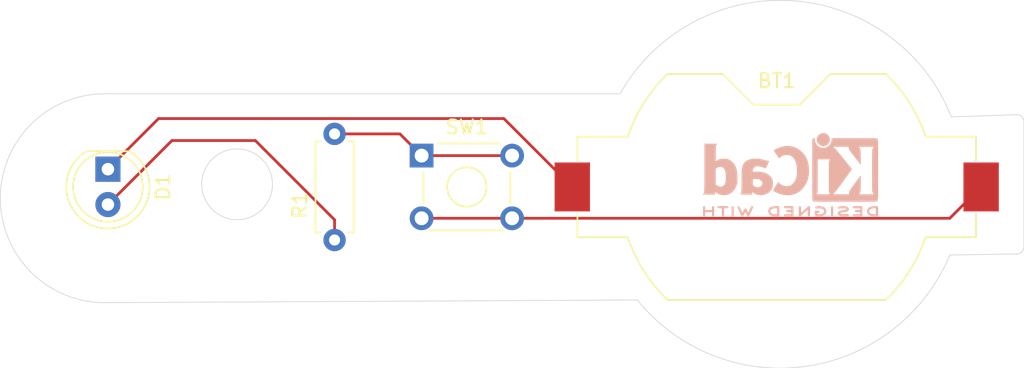
<source format=kicad_pcb>
(kicad_pcb (version 20240108) (generator "pcbnew") (generator_version "8.0")
  (title_block (title "LED_Torch") (date "2025-01-22") (rev "1"))
  (layers (0 "F.Cu" signal) (31 "B.Cu" signal) (34 "B.Paste" user) (35 "F.Paste" user) (36 "B.SilkS" user "B.Silkscreen") (37 "F.SilkS" user "F.Silkscreen") (38 "B.Mask" user) (39 "F.Mask" user) (44 "Edge.Cuts" user))
  (net 0 "")
  (net 1 "/Ano")
  (net 2 "/Cat")
  (net 3 "/pos")
  (net 4 "Net-(SW1A-A)")
  (footprint "Battery:BatteryHolder_Keystone_1058_1x2032" (layer "F.Cu") (at 153.25 98.19 180)
    (property "Reference" "BT1" (at 0 7.62 0) (layer "F.SilkS"))
    (property "Value" "Battery_Cell")
    (pad "1" smd rect (at -14.68 0 180) (size 2.54 3.51) (layers "F.Cu" "F.Paste" "F.Mask") (net 3 "/pos"))
    (pad "2" smd rect (at 14.68 0 180) (size 2.54 3.51) (layers "F.Cu" "F.Paste" "F.Mask") (net 2 "/Cat"))
  )
  (footprint "Resistor_THT:R_Axial_DIN0207_L6.3mm_D2.5mm_P7.62mm_Horizontal" (layer "F.Cu") (at 121.5 102 90)
    (property "Reference" "R1" (at 2.5 -2.5 90) (layer "F.SilkS"))
    (property "Value" "R")
    (pad "1" thru_hole circle (at 0 0 90) (size 1.6 1.6) (drill 0.8) (layers "*.Cu" "*.Mask") (net 1 "/Ano"))
    (pad "2" thru_hole oval (at 7.62 0 90) (size 1.6 1.6) (drill 0.8) (layers "*.Cu" "*.Mask") (net 4 "Net-(SW1A-A)"))
  )
  (footprint "LED_THT:LED_D5.0mm" (layer "F.Cu") (at 105.225 96.915 -90)
    (property "Reference" "D1" (at 1.27 -3.96 90) (layer "F.SilkS"))
    (property "Value" "LED")
    (pad "1" thru_hole rect (at 0 0 270) (size 1.8 1.8) (drill 0.9) (layers "*.Cu" "*.Mask") (net 2 "/Cat"))
    (pad "2" thru_hole circle (at 2.54 0 270) (size 1.8 1.8) (drill 0.9) (layers "*.Cu" "*.Mask") (net 1 "/Ano"))
  )
  (footprint "Button_Switch_THT:SW_TH_Tactile_Omron_B3F-10xx" (layer "F.Cu") (at 127.75 95.94)
    (property "Reference" "SW1" (at 3.25 -2.05 0) (layer "F.SilkS"))
    (property "Value" "SW_DPDT_x2")
    (pad "1" thru_hole rect (at 0 0) (size 1.7 1.7) (drill 1) (layers "*.Cu" "*.Mask") (net 4 "Net-(SW1A-A)"))
    (pad "1" thru_hole circle (at 6.5 0) (size 1.7 1.7) (drill 1) (layers "*.Cu" "*.Mask") (net 4 "Net-(SW1A-A)"))
    (pad "2" thru_hole circle (at 0 4.5) (size 1.7 1.7) (drill 1) (layers "*.Cu" "*.Mask") (net 3 "/pos"))
    (pad "2" thru_hole circle (at 6.5 4.5) (size 1.7 1.7) (drill 1) (layers "*.Cu" "*.Mask") (net 3 "/pos"))
  )
  (footprint "Symbol:KiCad-Logo2_5mm_SilkScreen" (layer "B.Cu") (at 154.25 97.3 180)
    (property "Reference" "REF**" (hide yes))
    (property "Value" "KiCad-Logo2_5mm_SilkScreen" (hide yes))
  )
  (gr_arc (start 142.000001 91.5) (mid 154.418535 84.822129) (end 165.79055 93.158268) (stroke (width 0.05)) (layer "Edge.Cuts"))
  (gr_arc (start 163.999999 106) (mid 154.051073 111.18887) (end 143.703965 106.848032) (stroke (width 0.05)) (layer "Edge.Cuts"))
  (gr_line (start 105 91.5) (end 135.000001 91.5) (stroke (width 0.05)) (layer "Edge.Cuts"))
  (gr_circle (center 114.5 98) (end 114.5 100.54) (stroke (width 0.05)) (fill none) (layer "Edge.Cuts"))
  (gr_arc (start 105 106.5) (mid 97.5 99) (end 105 91.5) (stroke (width 0.05)) (layer "Edge.Cuts"))
  (gr_line (start 171 102) (end 171 102.5) (stroke (width 0.05)) (layer "Edge.Cuts"))
  (gr_line (start 171 93.5) (end 171 102) (stroke (width 0.05)) (layer "Edge.Cuts"))
  (gr_line (start 135.000001 91.5) (end 142.000001 91.5) (stroke (width 0.05)) (layer "Edge.Cuts"))
  (gr_arc (start 170.5 93) (mid 170.853553 93.146447) (end 171 93.5) (stroke (width 0.05)) (layer "Edge.Cuts"))
  (gr_arc (start 143.703966 106.848032) (mid 143.468354 106.579979) (end 143.240075 106.305654) (stroke (width 0.05)) (layer "Edge.Cuts"))
  (gr_arc (start 171 102.5) (mid 170.853553 102.853553) (end 170.5 103) (stroke (width 0.05)) (layer "Edge.Cuts"))
  (gr_arc (start 165.684963 103.077068) (mid 164.936247 104.592587) (end 163.999998 105.999999) (stroke (width 0.05)) (layer "Edge.Cuts"))
  (gr_line (start 105 106.5) (end 143.240075 106.305654) (stroke (width 0.05)) (layer "Edge.Cuts"))
  (gr_line (start 165.79055 93.158268) (end 170.5 93) (stroke (width 0.05)) (layer "Edge.Cuts"))
  (gr_line (start 165.684963 103.077068) (end 170.5 103) (stroke (width 0.05)) (layer "Edge.Cuts"))
  (segment (start 109.822494 94.857506) (end 115.808254 94.857506) (width 0.2) (layer "F.Cu") (net 1))
  (segment (start 115.808254 94.857506) (end 121.5 100.549252) (width 0.2) (layer "F.Cu") (net 1))
  (segment (start 105.225 99.455) (end 109.822494 94.857506) (width 0.2) (layer "F.Cu") (net 1))
  (segment (start 121.5 100.549252) (end 121.5 102) (width 0.2) (layer "F.Cu") (net 1))
  (segment (start 105.225 96.915) (end 108.86 93.28) (width 0.2) (layer "F.Cu") (net 2))
  (segment (start 108.86 93.28) (end 133.66 93.28) (width 0.2) (layer "F.Cu") (net 2))
  (segment (start 133.66 93.28) (end 138.57 98.19) (width 0.2) (layer "F.Cu") (net 2))
  (segment (start 127.75 100.44) (end 134.25 100.44) (width 0.2) (layer "F.Cu") (net 3))
  (segment (start 165.68 100.44) (end 167.93 98.19) (width 0.2) (layer "F.Cu") (net 3))
  (segment (start 134.25 100.44) (end 165.68 100.44) (width 0.2) (layer "F.Cu") (net 3))
  (segment (start 121.5 94.38) (end 126.19 94.38) (width 0.2) (layer "F.Cu") (net 4))
  (segment (start 127.75 95.94) (end 134.25 95.94) (width 0.2) (layer "F.Cu") (net 4))
  (segment (start 126.19 94.38) (end 127.75 95.94) (width 0.2) (layer "F.Cu") (net 4))
)
</source>
